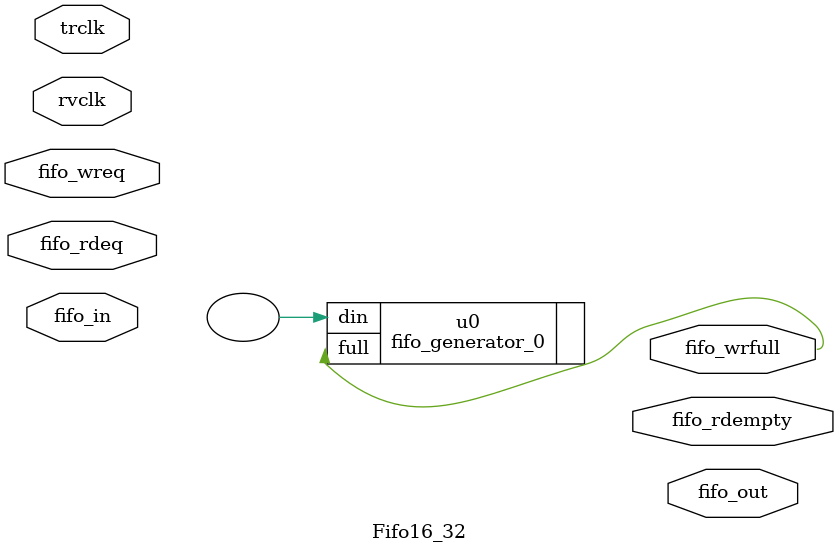
<source format=v>
`timescale 1ns / 1ps


module Fifo16_32(
    /////// rom ti fifo
    input trclk,
    input [31:0] fifo_in,
    input fifo_wreq,
    output reg fifo_wrfull,
    /////// fifo to ram
    input fifo_rdeq,
    input rvclk,
    output reg fifo_rdempty,
    output reg [31:0] fifo_out    
    );
    
    fifo_generator_0 u0(.full(fifo_wrfull),.din());
    
endmodule

</source>
